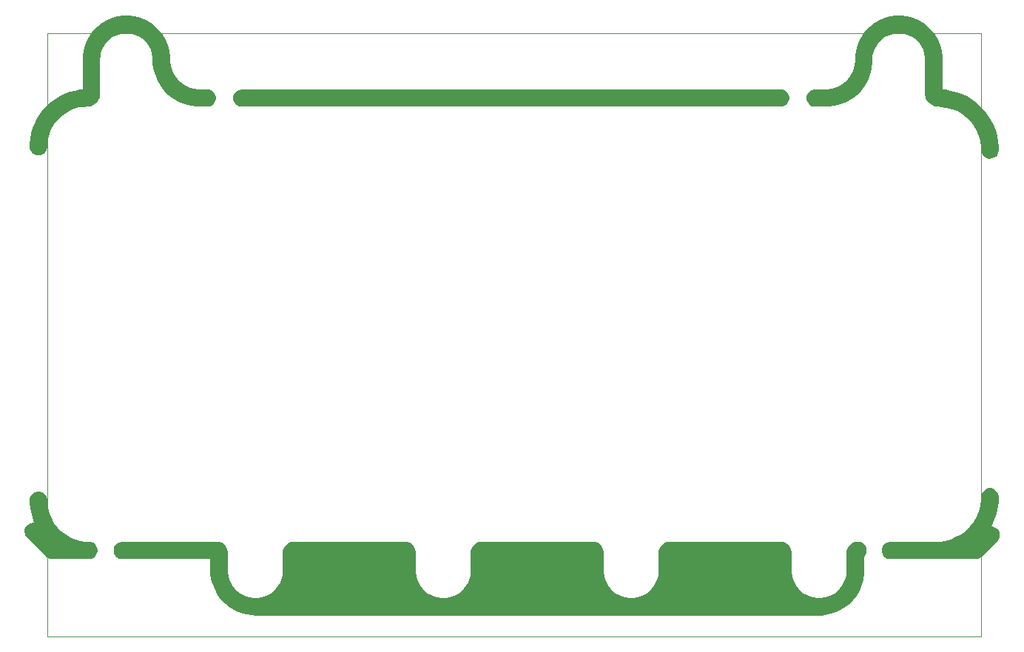
<source format=gbr>
%TF.GenerationSoftware,Altium Limited,Altium Designer,23.4.1 (23)*%
G04 Layer_Color=0*
%FSLAX26Y26*%
%MOIN*%
%TF.SameCoordinates,7B234F99-2337-49EF-8028-3FC35EF94B5E*%
%TF.FilePolarity,Positive*%
%TF.FileFunction,Profile,NP*%
%TF.Part,CustomerPanel*%
G01*
G75*
%TA.AperFunction,Profile*%
%ADD113C,0.001000*%
G36*
X-90842Y444591D02*
X-95197Y448947D01*
X-100833Y459901D01*
X-102854Y472054D01*
X-101069Y484243D01*
X-95647Y495305D01*
X-87107Y504183D01*
X-76264Y510031D01*
X-64154Y512288D01*
X-58043Y511514D01*
Y511514D01*
X-63157Y523706D01*
X-70918Y548984D01*
X-76135Y574906D01*
X-78756Y601218D01*
X-78756Y614439D01*
X-78756Y619625D01*
X-76072Y629642D01*
X-70887Y638623D01*
X-63554Y645956D01*
X-54574Y651141D01*
X-44557Y653825D01*
X-34186Y653825D01*
X-24169Y651141D01*
X-15188Y645956D01*
X-7855Y638623D01*
X-2670Y629642D01*
X14Y619625D01*
Y614440D01*
X415Y602190D01*
X3613Y577898D01*
X9954Y554232D01*
X19330Y531596D01*
X31581Y510377D01*
X46496Y490939D01*
X63821Y473614D01*
X83259Y458699D01*
X104478Y446448D01*
X127114Y437072D01*
X150780Y430731D01*
X175071Y427533D01*
X187322Y427132D01*
X191201D01*
X198810Y425618D01*
X205978Y422649D01*
X212429Y418339D01*
X217915Y412853D01*
X222225Y406402D01*
X225194Y399235D01*
X226707Y391625D01*
Y387746D01*
Y383867D01*
X225194Y376258D01*
X222225Y369091D01*
X217915Y362640D01*
X212429Y357154D01*
X205978Y352844D01*
X198810Y349875D01*
X191201Y348361D01*
X187322D01*
D01*
X21703D01*
X17823D01*
X10214Y349875D01*
X3047Y352844D01*
X-3404Y357154D01*
X-6147Y359897D01*
Y359897D01*
X-90842Y444591D01*
D02*
G37*
G36*
X-78756Y2208298D02*
Y2203113D01*
X-76072Y2193096D01*
X-70887Y2184115D01*
X-63554Y2176783D01*
X-54573Y2171597D01*
X-44557Y2168914D01*
X-34186Y2168913D01*
X-24169Y2171597D01*
X-15189Y2176782D01*
X-7856Y2184115D01*
X-2671Y2193096D01*
X14Y2203113D01*
Y2208298D01*
X14Y2208298D01*
X398Y2220055D01*
X3466Y2243367D01*
X9550Y2266079D01*
X18546Y2287803D01*
X30299Y2308168D01*
X44609Y2326825D01*
X61232Y2343455D01*
X79882Y2357773D01*
X100242Y2369536D01*
X121962Y2378541D01*
X144672Y2384635D01*
X167983Y2387713D01*
X179739Y2388103D01*
X179739Y2388103D01*
X179970Y2388103D01*
X185769Y2388118D01*
X197139Y2390402D01*
X207849Y2394854D01*
X217488Y2401303D01*
X225689Y2409504D01*
X232138Y2419143D01*
X236589Y2429853D01*
X238873Y2441224D01*
X238887Y2447023D01*
X238887D01*
X238888Y2447260D01*
X238888Y2601999D01*
X239252Y2611265D01*
X242151Y2629568D01*
X247877Y2647193D01*
X256290Y2663704D01*
X267183Y2678697D01*
X280286Y2691800D01*
X295279Y2702693D01*
X311790Y2711106D01*
X329415Y2716832D01*
X347718Y2719731D01*
X366250D01*
X384553Y2716832D01*
X402177Y2711106D01*
X418689Y2702693D01*
X433681Y2691800D01*
X446785Y2678697D01*
X457677Y2663704D01*
X466091Y2647193D01*
X471817Y2629568D01*
X474716Y2611265D01*
X475080Y2601999D01*
Y2587980D01*
X478740Y2560181D01*
X485997Y2533097D01*
X496727Y2507193D01*
X510746Y2482910D01*
X527815Y2460665D01*
X547642Y2440839D01*
X569886Y2423770D01*
X594169Y2409750D01*
X620074Y2399020D01*
X647157Y2391763D01*
X674956Y2388103D01*
X688976D01*
X688976D01*
X720473D01*
X724352D01*
X731961Y2389617D01*
X739128Y2392586D01*
X745579Y2396896D01*
X751065Y2402382D01*
X755375Y2408832D01*
X758344Y2416000D01*
X759858Y2423609D01*
Y2427488D01*
Y2431367D01*
X758344Y2438977D01*
X755375Y2446144D01*
X751065Y2452595D01*
X745579Y2458081D01*
X739128Y2462391D01*
X731961Y2465360D01*
X724352Y2466873D01*
X720473D01*
D01*
X688977D01*
X680139Y2467163D01*
X662615Y2469470D01*
X645542Y2474044D01*
X629212Y2480808D01*
X613904Y2489646D01*
X599882Y2500406D01*
X587383Y2512904D01*
X576623Y2526927D01*
X567785Y2542234D01*
X561021Y2558564D01*
X556447Y2575637D01*
X554139Y2593161D01*
X553850Y2601999D01*
X553850Y2614902D01*
X550482Y2640488D01*
X543803Y2665416D01*
X533927Y2689258D01*
X521024Y2711607D01*
X505313Y2732081D01*
X487065Y2750329D01*
X466592Y2766039D01*
X444243Y2778942D01*
X420400Y2788818D01*
X395473Y2795497D01*
X369887Y2798866D01*
X344081Y2798866D01*
X318495Y2795497D01*
X293568Y2788818D01*
X269725Y2778942D01*
X247376Y2766039D01*
X226902Y2750329D01*
X208654Y2732081D01*
X192944Y2711607D01*
X180041Y2689258D01*
X170165Y2665416D01*
X163486Y2640489D01*
X160117Y2614903D01*
Y2601999D01*
X160118Y2602000D01*
X160117Y2466122D01*
X148067Y2465201D01*
X124243Y2461120D01*
X100904Y2454834D01*
X78253Y2446399D01*
X56488Y2435888D01*
X35798Y2423392D01*
X16363Y2409022D01*
X-1646Y2392901D01*
X-18073Y2375171D01*
X-32775Y2355985D01*
X-45624Y2335512D01*
X-56506Y2313930D01*
X-65328Y2291427D01*
X-72013Y2268199D01*
X-76502Y2244449D01*
X-78757Y2220384D01*
X-78756Y2208298D01*
D01*
D02*
G37*
G36*
X3799212Y348361D02*
X4183022Y348361D01*
X4186901D01*
X4194510Y349875D01*
X4201677Y352844D01*
X4208128Y357154D01*
X4210871Y359897D01*
X4210871Y359897D01*
X4279818Y428844D01*
X4282561Y431586D01*
X4286871Y438037D01*
X4289840Y445205D01*
X4291354Y452814D01*
X4291353Y456693D01*
X4291354Y460487D01*
X4289905Y467937D01*
X4287060Y474972D01*
X4282925Y481336D01*
X4277651Y486793D01*
X4271432Y491142D01*
X4264497Y494224D01*
X4257102Y495926D01*
X4253310Y496055D01*
Y496055D01*
X4257391Y503646D01*
X4264605Y519301D01*
X4270846Y535369D01*
X4276088Y551789D01*
X4280312Y568501D01*
X4283502Y585440D01*
X4285647Y602543D01*
X4286738Y619746D01*
X4286754Y628364D01*
X4286754Y628364D01*
X4286756Y628897D01*
X4286756Y634082D01*
X4284072Y644098D01*
X4278887Y653079D01*
X4271555Y660412D01*
X4262575Y665597D01*
X4252559Y668282D01*
X4242189Y668282D01*
X4232172Y665599D01*
X4223191Y660415D01*
X4215858Y653083D01*
X4210672Y644104D01*
X4207986Y634087D01*
X4207986Y628903D01*
X4207986Y628903D01*
X4207984Y628523D01*
X4207529Y615343D01*
X4204044Y589214D01*
X4197182Y563761D01*
X4187060Y539421D01*
X4173852Y516608D01*
X4157782Y495711D01*
X4139124Y477089D01*
X4118198Y461057D01*
X4095361Y447891D01*
X4071002Y437814D01*
X4045537Y430999D01*
X4019401Y427562D01*
X4006220Y427132D01*
X4006220D01*
X4006195D01*
X3799212Y427132D01*
X3794027D01*
X3784010Y424447D01*
X3775029Y419262D01*
X3767696Y411930D01*
X3762511Y402949D01*
X3759827Y392932D01*
Y382561D01*
X3762511Y372544D01*
X3767696Y363563D01*
X3775029Y356231D01*
X3784010Y351045D01*
X3794027Y348361D01*
X3799212D01*
D01*
D02*
G37*
G36*
X3460630Y2388103D02*
X3455445D01*
X3445428Y2390787D01*
X3436447Y2395972D01*
X3429114Y2403305D01*
X3423929Y2412286D01*
X3421245Y2422303D01*
Y2432673D01*
X3423929Y2442690D01*
X3429114Y2451671D01*
X3436447Y2459004D01*
X3445428Y2464189D01*
X3455445Y2466874D01*
X3460630D01*
D01*
X3504566D01*
X3513404Y2467162D01*
X3530928Y2469469D01*
X3548001Y2474044D01*
X3564331Y2480807D01*
X3579638Y2489644D01*
X3593661Y2500404D01*
X3606159Y2512902D01*
X3616919Y2526925D01*
X3625757Y2542232D01*
X3632521Y2558561D01*
X3637096Y2575634D01*
X3639403Y2593158D01*
X3639692Y2601996D01*
D01*
X3639693Y2602162D01*
X3639703Y2615061D01*
X3643091Y2640638D01*
X3649787Y2665554D01*
X3659677Y2689382D01*
X3672593Y2711717D01*
X3688312Y2732175D01*
X3706566Y2750407D01*
X3727044Y2766101D01*
X3749394Y2778989D01*
X3773235Y2788850D01*
X3798159Y2795515D01*
X3823740Y2798871D01*
X3849540Y2798861D01*
X3875118Y2795483D01*
X3900036Y2788797D01*
X3923869Y2778917D01*
X3946209Y2766011D01*
X3966673Y2750300D01*
X3984913Y2732053D01*
X4000615Y2711582D01*
X4013512Y2689237D01*
X4023383Y2665400D01*
X4030059Y2640479D01*
X4033425Y2614899D01*
Y2602000D01*
D01*
Y2466161D01*
X4046183Y2465238D01*
X4071414Y2461015D01*
X4096139Y2454451D01*
X4120143Y2445605D01*
X4143214Y2434553D01*
X4165151Y2421393D01*
X4185762Y2406240D01*
X4204866Y2389226D01*
X4222295Y2370500D01*
X4237898Y2350227D01*
X4251536Y2328584D01*
X4263092Y2305761D01*
X4272463Y2281957D01*
X4279568Y2257382D01*
X4284343Y2232250D01*
X4286749Y2206781D01*
X4286756Y2193990D01*
X4286756Y2193990D01*
X4286756Y2193842D01*
Y2188893D01*
X4284308Y2179304D01*
X4279563Y2170619D01*
X4272818Y2163377D01*
X4264490Y2158028D01*
X4255099Y2154907D01*
X4245227Y2154205D01*
X4235488Y2155968D01*
X4226488Y2160084D01*
X4218786Y2166300D01*
X4212861Y2174227D01*
X4209081Y2183374D01*
X4208382Y2188272D01*
X4208283Y2188964D01*
X4208134Y2190354D01*
X4208035Y2191747D01*
X4207986Y2193144D01*
Y2193843D01*
D01*
X4207986Y2193923D01*
X4207566Y2206609D01*
X4204248Y2231764D01*
X4197681Y2256272D01*
X4187975Y2279715D01*
X4175296Y2301693D01*
X4159862Y2321832D01*
X4141934Y2339786D01*
X4121819Y2355251D01*
X4099859Y2367963D01*
X4076431Y2377704D01*
X4051932Y2384308D01*
X4026782Y2387663D01*
X4014097Y2388102D01*
D01*
X4013724Y2388103D01*
X4007906Y2388103D01*
X3996494Y2390373D01*
X3985744Y2394825D01*
X3976070Y2401290D01*
X3967842Y2409517D01*
X3961378Y2419192D01*
X3956925Y2429941D01*
X3954655Y2441353D01*
Y2447171D01*
D01*
Y2602000D01*
X3954291Y2611263D01*
X3951393Y2629563D01*
X3945669Y2647184D01*
X3937259Y2663693D01*
X3926371Y2678684D01*
X3913272Y2691787D01*
X3898285Y2702680D01*
X3881779Y2711095D01*
X3864160Y2716825D01*
X3845861Y2719729D01*
X3827333Y2719735D01*
X3809033Y2716843D01*
X3791410Y2711125D01*
X3774898Y2702720D01*
X3759904Y2691837D01*
X3746796Y2678742D01*
X3735898Y2663759D01*
X3727478Y2647255D01*
X3721742Y2629638D01*
X3718833Y2611340D01*
X3718463Y2602076D01*
Y2602077D01*
X3718463Y2601902D01*
X3718456Y2587887D01*
X3714787Y2560097D01*
X3707522Y2533024D01*
X3696786Y2507131D01*
X3682764Y2482860D01*
X3665694Y2460626D01*
X3645869Y2440810D01*
X3623628Y2423750D01*
X3599351Y2409738D01*
X3573452Y2399014D01*
X3546376Y2391761D01*
X3518585Y2388103D01*
X3504570D01*
D01*
X3460630D01*
D02*
G37*
G36*
X735386Y297196D02*
Y283987D01*
X738814Y257793D01*
X745612Y232265D01*
X755665Y207835D01*
X768804Y184916D01*
X784805Y163895D01*
X803399Y145129D01*
X824271Y128934D01*
X847067Y115585D01*
X871404Y105306D01*
X896868Y98272D01*
X923030Y94603D01*
X936238Y94481D01*
D01*
X937008Y94473D01*
X3476876D01*
X3490188Y94433D01*
X3516595Y97837D01*
X3542330Y104664D01*
X3566951Y114798D01*
X3590035Y128065D01*
X3611187Y144236D01*
X3630041Y163035D01*
X3646276Y184138D01*
X3659611Y207182D01*
X3669819Y231773D01*
X3676722Y257488D01*
X3680204Y283884D01*
Y297197D01*
X3680204Y297197D01*
X3680204Y360498D01*
X3682815Y363222D01*
X3686906Y369562D01*
X3689719Y376565D01*
X3691152Y383974D01*
X3691152Y387747D01*
X3691152Y387747D01*
Y391646D01*
X3689623Y399293D01*
X3686624Y406492D01*
X3682271Y412963D01*
X3676735Y418455D01*
X3670229Y422755D01*
X3663006Y425695D01*
X3655346Y427162D01*
X3651447Y427130D01*
X3646521Y427130D01*
X3636859Y425208D01*
X3627757Y421438D01*
X3619566Y415965D01*
X3612599Y408999D01*
X3607126Y400808D01*
X3603356Y391706D01*
X3601434Y382043D01*
Y377118D01*
Y377118D01*
X3601434Y297197D01*
X3601169Y289099D01*
X3599058Y273043D01*
X3594871Y257399D01*
X3588681Y242434D01*
X3580592Y228404D01*
X3570744Y215548D01*
X3559303Y204086D01*
X3546466Y194213D01*
X3532451Y186098D01*
X3517498Y179880D01*
X3501861Y175664D01*
X3485809Y173523D01*
X3477712Y173243D01*
Y173243D01*
X3477008Y173243D01*
X3468921Y173538D01*
X3452892Y175706D01*
X3437282Y179941D01*
X3422357Y186174D01*
X3408369Y194297D01*
X3395559Y204172D01*
X3384144Y215631D01*
X3374318Y228479D01*
X3366248Y242497D01*
X3360073Y257446D01*
X3355896Y273072D01*
X3353790Y289109D01*
X3353526Y297197D01*
Y297197D01*
Y376797D01*
X3353525Y377119D01*
Y382033D01*
X3351612Y391672D01*
X3347860Y400755D01*
X3342412Y408934D01*
X3335476Y415896D01*
X3327318Y421375D01*
X3318250Y425163D01*
X3308618Y427112D01*
X3303704Y427131D01*
Y427131D01*
X3303423Y427132D01*
X2805311Y427132D01*
X2804990Y427130D01*
X2800065Y427130D01*
X2790402Y425208D01*
X2781301Y421438D01*
X2773109Y415965D01*
X2766143Y408999D01*
X2760670Y400808D01*
X2756900Y391706D01*
X2754978Y382044D01*
Y377118D01*
Y377118D01*
X2754977Y297196D01*
X2754713Y289111D01*
X2752608Y273078D01*
X2748434Y257456D01*
X2742262Y242510D01*
X2734196Y228494D01*
X2724375Y215648D01*
X2712965Y204190D01*
X2700160Y194314D01*
X2686178Y186190D01*
X2671258Y179954D01*
X2655654Y175714D01*
X2639630Y173542D01*
X2631546Y173243D01*
D01*
X2630501Y173243D01*
X2622417Y173541D01*
X2606393Y175714D01*
X2590789Y179954D01*
X2575869Y186189D01*
X2561887Y194314D01*
X2549082Y204190D01*
X2537672Y215648D01*
X2527851Y228494D01*
X2519785Y242510D01*
X2513613Y257456D01*
X2509438Y273078D01*
X2507333Y289111D01*
X2507069Y297196D01*
Y297196D01*
Y376797D01*
X2507068Y377119D01*
Y382032D01*
X2505155Y391672D01*
X2501403Y400755D01*
X2495955Y408934D01*
X2489020Y415896D01*
X2480862Y421375D01*
X2471794Y425162D01*
X2462162Y427112D01*
X2457248Y427131D01*
Y427131D01*
X2457055Y427132D01*
X1958854D01*
X1958534Y427130D01*
X1953608Y427130D01*
X1943946Y425208D01*
X1934844Y421438D01*
X1926653Y415965D01*
X1919686Y408999D01*
X1914213Y400808D01*
X1910443Y391706D01*
X1908521Y382044D01*
Y377118D01*
Y377118D01*
X1908521Y297196D01*
X1908257Y289111D01*
X1906152Y273078D01*
X1901977Y257456D01*
X1895805Y242510D01*
X1887739Y228494D01*
X1877918Y215648D01*
X1866508Y204190D01*
X1853703Y194314D01*
X1839722Y186190D01*
X1824802Y179954D01*
X1809197Y175714D01*
X1793173Y173542D01*
X1785089Y173243D01*
D01*
X1784044Y173243D01*
X1775960Y173541D01*
X1759937Y175714D01*
X1744332Y179954D01*
X1729412Y186189D01*
X1715430Y194314D01*
X1702626Y204190D01*
X1691216Y215648D01*
X1681394Y228494D01*
X1673328Y242510D01*
X1667156Y257456D01*
X1662982Y273078D01*
X1660877Y289111D01*
X1660613Y297196D01*
Y297196D01*
Y376797D01*
X1660611Y377119D01*
Y382032D01*
X1658699Y391672D01*
X1654947Y400755D01*
X1649499Y408934D01*
X1642563Y415896D01*
X1634405Y421375D01*
X1625337Y425162D01*
X1615705Y427112D01*
X1610791Y427131D01*
Y427131D01*
X1610599Y427132D01*
X1112397D01*
X1112077Y427130D01*
X1107151Y427130D01*
X1097489Y425208D01*
X1088387Y421438D01*
X1080196Y415965D01*
X1073230Y408999D01*
X1067756Y400808D01*
X1063986Y391706D01*
X1062064Y382044D01*
Y377118D01*
Y377118D01*
Y297196D01*
X1061800Y289111D01*
X1059695Y273078D01*
X1055521Y257456D01*
X1049348Y242510D01*
X1041283Y228494D01*
X1031461Y215648D01*
X1020051Y204190D01*
X1007246Y194314D01*
X993265Y186189D01*
X978345Y179954D01*
X962740Y175714D01*
X946716Y173541D01*
X938632Y173243D01*
D01*
X937588Y173243D01*
X929504Y173541D01*
X913480Y175714D01*
X897875Y179954D01*
X882955Y186189D01*
X868974Y194314D01*
X856169Y204190D01*
X844759Y215648D01*
X834937Y228494D01*
X826872Y242510D01*
X820699Y257456D01*
X816525Y273078D01*
X814420Y289111D01*
X814156Y297196D01*
Y297196D01*
Y377118D01*
X814155Y377304D01*
X814137Y382206D01*
X812198Y391818D01*
X808429Y400869D01*
X802974Y409017D01*
X796041Y415950D01*
X787894Y421404D01*
X778842Y425173D01*
X769231Y427113D01*
X764328Y427131D01*
X764329Y427131D01*
X764142Y427132D01*
X338582D01*
X333397D01*
X323380Y424447D01*
X314399Y419262D01*
X307067Y411929D01*
X301881Y402948D01*
X299197Y392932D01*
Y382561D01*
X301881Y372544D01*
X307067Y363563D01*
X314399Y356230D01*
X323380Y351045D01*
X333397Y348361D01*
X338582D01*
D01*
X735386D01*
Y297196D01*
D02*
G37*
G36*
X877953Y2388103D02*
X872767D01*
X862750Y2390787D01*
X853769Y2395972D01*
X846437Y2403305D01*
X841251Y2412286D01*
X838567Y2422303D01*
Y2432673D01*
X841251Y2442690D01*
X846437Y2451671D01*
X853769Y2459004D01*
X862750Y2464189D01*
X872767Y2466873D01*
X877953D01*
D01*
X3303150Y2466874D01*
X3307029D01*
X3314638Y2465360D01*
X3321806Y2462391D01*
X3328256Y2458081D01*
X3333742Y2452595D01*
X3338052Y2446144D01*
X3341021Y2438977D01*
X3342535Y2431367D01*
Y2427488D01*
Y2423609D01*
X3341021Y2416000D01*
X3338052Y2408832D01*
X3333742Y2402382D01*
X3328256Y2396896D01*
X3321806Y2392586D01*
X3314638Y2389617D01*
X3307029Y2388103D01*
X3303150D01*
D01*
X877953Y2388103D01*
D02*
G37*
D113*
X-0Y0D02*
X4208662D01*
X4208661Y2720472D01*
X0D01*
X-0Y0D01*
%TF.MD5,11ba4c34a3b04ac79a900243d333c3ad*%
M02*

</source>
